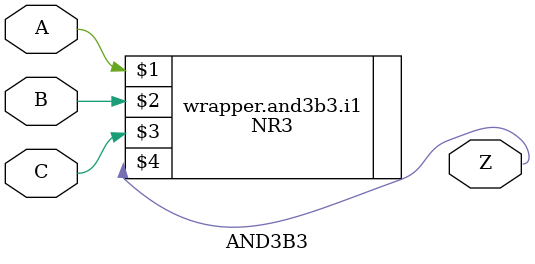
<source format=v>
`resetall
`timescale 1 ns / 100 ps

/* Created by DB2VERILOG Version 1.0.1.1 on Fri May 13 11:41:45 1994 */
/* module compiled from "lsl2db 3.6.4" run */


`celldefine
module  AND3B3  (A, B, C, Z);
input  A, B, C;
output Z;
NR3 \wrapper.and3b3.i1 (A, B, C, Z);

endmodule 
`endcelldefine

</source>
